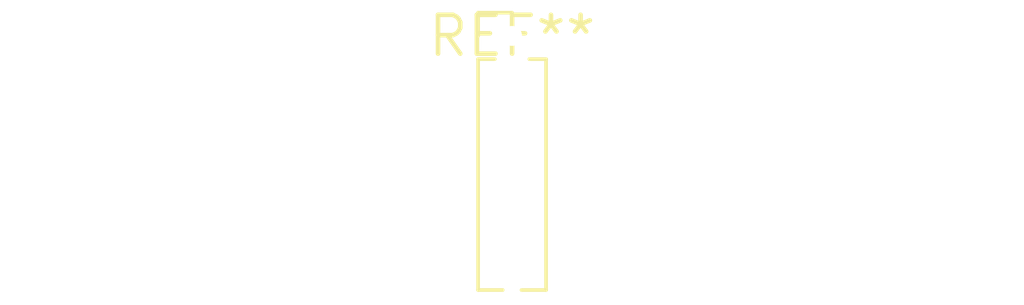
<source format=kicad_pcb>
(kicad_pcb (version 20240108) (generator pcbnew)
  (layers (0 "F.Cu" signal) (31 "B.Cu" signal) (34 "B.Paste" user) (35 "F.Paste" user) (36 "B.SilkS" user "B.Silkscreen") (37 "F.SilkS" user "F.Silkscreen") (38 "B.Mask" user) (39 "F.Mask" user) (44 "Edge.Cuts" user))
  (net 0 "")
  (footprint "PinHeader_1x07_P1.27mm_Vertical" (layer "F.Cu") (at 0 0)
    (property "Reference" "REF**")
    (property "Value" "PinHeader_1x07_P1.27mm_Vertical")
    (fp_line (start -1.11 -0.76) (end 0 -0.76) (layer "F.SilkS") (stroke (width 0.12)))
    (fp_line (start -1.11 0) (end -1.11 -0.76) (layer "F.SilkS") (stroke (width 0.12)))
    (fp_line (start -1.11 0.76) (end -1.11 8.315) (layer "F.SilkS") (stroke (width 0.12)))
    (fp_line (start -1.11 0.76) (end -0.563471 0.76) (layer "F.SilkS") (stroke (width 0.12)))
    (fp_line (start -1.11 8.315) (end -0.30753 8.315) (layer "F.SilkS") (stroke (width 0.12)))
    (fp_line (start 0.30753 8.315) (end 1.11 8.315) (layer "F.SilkS") (stroke (width 0.12)))
    (fp_line (start 0.563471 0.76) (end 1.11 0.76) (layer "F.SilkS") (stroke (width 0.12)))
    (fp_line (start 1.11 0.76) (end 1.11 8.315) (layer "F.SilkS") (stroke (width 0.12)))
    (pad "1" thru_hole rect (at 0 0) (size 1 1) (drill 0.65) (layers *.Cu *.Mask) (remove_unused_layers))
    (pad "2" thru_hole oval (at 0 1.27) (size 1 1) (drill 0.65) (layers *.Cu *.Mask) (remove_unused_layers))
    (pad "3" thru_hole oval (at 0 2.54) (size 1 1) (drill 0.65) (layers *.Cu *.Mask) (remove_unused_layers))
    (pad "4" thru_hole oval (at 0 3.81) (size 1 1) (drill 0.65) (layers *.Cu *.Mask) (remove_unused_layers))
    (pad "5" thru_hole oval (at 0 5.08) (size 1 1) (drill 0.65) (layers *.Cu *.Mask) (remove_unused_layers))
    (pad "6" thru_hole oval (at 0 6.35) (size 1 1) (drill 0.65) (layers *.Cu *.Mask) (remove_unused_layers))
    (pad "7" thru_hole oval (at 0 7.62) (size 1 1) (drill 0.65) (layers *.Cu *.Mask) (remove_unused_layers))
  )
)
</source>
